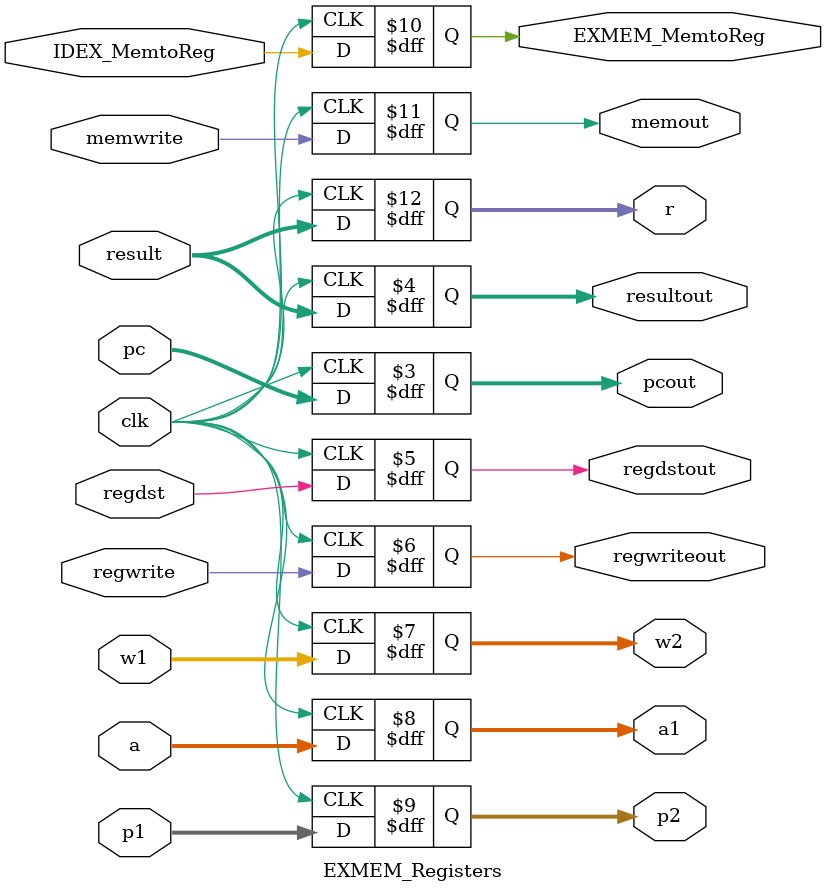
<source format=v>
`timescale 1ns / 1ps
module EXMEM_Registers(clk,r,a,pc,result,regdst,regwrite,memwrite,w1,IDEX_MemtoReg,pcout,resultout,regdstout,regwriteout,memout,w2,EXMEM_MemtoReg,a1,p1,p2);
input clk;       
input [31:0]a;
input [31:0]pc;
input [31:0]result,p1;
input regdst;
input regwrite;
input memwrite;
input [4:0]w1;
input IDEX_MemtoReg;
output reg [31:0]pcout;
output  reg[31:0]resultout;
output reg regdstout;
output reg regwriteout;
output reg[4:0]w2;
output reg [31:0]a1,p2;
output reg EXMEM_MemtoReg;
output reg memout;
output reg[31:0]r;
initial begin
pcout=0;
p2=0;
r=0;
w2=0;
a1=0;
w2=0;
EXMEM_MemtoReg=0;
resultout=0;
regdstout=0;
regwriteout=0;
memout=0;
end
always@(posedge clk) begin
resultout=result[31:0];
r=result;
pcout=pc;
w2=w1;
p2=p1;
a1=a;
EXMEM_MemtoReg=IDEX_MemtoReg;
regdstout=regdst;
regwriteout=regwrite;
memout=memwrite;
end
endmodule



</source>
